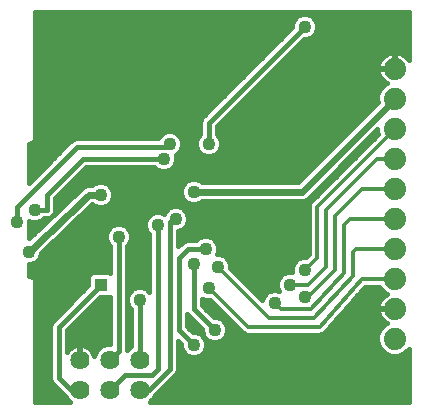
<source format=gbl>
G75*
G70*
%OFA0B0*%
%FSLAX24Y24*%
%IPPOS*%
%LPD*%
%AMOC8*
5,1,8,0,0,1.08239X$1,22.5*
%
%ADD10C,0.0740*%
%ADD11C,0.0640*%
%ADD12C,0.0160*%
%ADD13C,0.0436*%
%ADD14R,0.0436X0.0436*%
%ADD15C,0.0120*%
%ADD16C,0.0240*%
D10*
X021031Y002700D03*
X021031Y003700D03*
X021031Y004700D03*
X021031Y005700D03*
X021031Y006700D03*
X021031Y007700D03*
X021031Y008700D03*
X021031Y009700D03*
X021031Y010700D03*
X021031Y011700D03*
D11*
X012531Y002000D03*
X011531Y002000D03*
X010531Y002000D03*
X010531Y001000D03*
X011531Y001000D03*
X012531Y001000D03*
D12*
X012831Y001000D01*
X013531Y001700D01*
X013531Y006600D01*
X013731Y006700D01*
X013346Y006863D02*
X013214Y006918D01*
X013048Y006918D01*
X012894Y006854D01*
X012777Y006737D01*
X012713Y006583D01*
X012713Y006417D01*
X012777Y006263D01*
X012851Y006189D01*
X012851Y004271D01*
X012768Y004354D01*
X012614Y004418D01*
X012448Y004418D01*
X012294Y004354D01*
X012177Y004237D01*
X012113Y004083D01*
X012113Y003917D01*
X012177Y003763D01*
X012251Y003689D01*
X012251Y002447D01*
X012236Y002441D01*
X012111Y002315D01*
X012111Y005789D01*
X012185Y005863D01*
X012249Y006017D01*
X012249Y006183D01*
X012185Y006337D01*
X012068Y006454D01*
X011914Y006518D01*
X011748Y006518D01*
X011594Y006454D01*
X011477Y006337D01*
X011413Y006183D01*
X011413Y006017D01*
X011477Y005863D01*
X011551Y005789D01*
X011551Y004899D01*
X011532Y004918D01*
X010930Y004918D01*
X010813Y004801D01*
X010813Y004478D01*
X009672Y003337D01*
X009594Y003259D01*
X009551Y003156D01*
X009551Y001344D01*
X009594Y001241D01*
X009994Y000841D01*
X010062Y000773D01*
X010090Y000705D01*
X010196Y000600D01*
X009031Y000600D01*
X009031Y004683D01*
X008914Y004800D01*
X008831Y004800D01*
X008831Y005182D01*
X008914Y005182D01*
X009068Y005246D01*
X009185Y005363D01*
X009249Y005517D01*
X009249Y005556D01*
X010959Y007180D01*
X010960Y007180D01*
X010994Y007146D01*
X011148Y007082D01*
X011314Y007082D01*
X011468Y007146D01*
X011585Y007263D01*
X011649Y007417D01*
X011649Y007583D01*
X011585Y007737D01*
X011468Y007854D01*
X011314Y007918D01*
X011148Y007918D01*
X010994Y007854D01*
X010960Y007820D01*
X010835Y007820D01*
X010776Y007822D01*
X010772Y007820D01*
X010767Y007820D01*
X010712Y007797D01*
X010657Y007776D01*
X010654Y007773D01*
X010650Y007771D01*
X010608Y007729D01*
X008831Y006041D01*
X008831Y006473D01*
X008849Y006517D01*
X008849Y006623D01*
X008948Y006582D01*
X009114Y006582D01*
X009268Y006646D01*
X009342Y006720D01*
X009487Y006720D01*
X009590Y006763D01*
X009668Y006841D01*
X009711Y006944D01*
X009711Y007384D01*
X010747Y008420D01*
X013020Y008420D01*
X013094Y008346D01*
X013248Y008282D01*
X013414Y008282D01*
X013568Y008346D01*
X013685Y008463D01*
X013749Y008617D01*
X013749Y008783D01*
X013730Y008830D01*
X013768Y008846D01*
X013885Y008963D01*
X013949Y009117D01*
X013949Y009283D01*
X013885Y009437D01*
X013768Y009554D01*
X013614Y009618D01*
X013448Y009618D01*
X013294Y009554D01*
X013177Y009437D01*
X013153Y009380D01*
X010375Y009380D01*
X010272Y009337D01*
X010194Y009259D01*
X010194Y009259D01*
X008831Y007896D01*
X008831Y009200D01*
X008914Y009200D01*
X009031Y009317D01*
X009031Y013596D01*
X021501Y013596D01*
X021501Y011989D01*
X021450Y012058D01*
X021389Y012120D01*
X021319Y012170D01*
X021242Y012210D01*
X021160Y012236D01*
X021074Y012250D01*
X021051Y012250D01*
X021051Y011720D01*
X021011Y011720D01*
X021011Y012250D01*
X020988Y012250D01*
X020902Y012236D01*
X020820Y012210D01*
X020743Y012170D01*
X020673Y012120D01*
X020611Y012058D01*
X020561Y011988D01*
X020521Y011911D01*
X020495Y011829D01*
X020481Y011743D01*
X020481Y011720D01*
X021011Y011720D01*
X021011Y011680D01*
X020481Y011680D01*
X020481Y011657D01*
X020495Y011571D01*
X020521Y011489D01*
X020561Y011412D01*
X020611Y011342D01*
X020673Y011280D01*
X020743Y011230D01*
X020777Y011212D01*
X020708Y011183D01*
X020548Y011023D01*
X020461Y010813D01*
X020461Y010587D01*
X020462Y010584D01*
X017798Y007920D01*
X014602Y007920D01*
X014568Y007954D01*
X014414Y008018D01*
X014248Y008018D01*
X014094Y007954D01*
X013977Y007837D01*
X013913Y007683D01*
X013913Y007517D01*
X013977Y007363D01*
X014094Y007246D01*
X014248Y007182D01*
X014414Y007182D01*
X014568Y007246D01*
X014602Y007280D01*
X017995Y007280D01*
X018112Y007329D01*
X020461Y009677D01*
X020461Y009587D01*
X020487Y009524D01*
X018284Y007320D01*
X018211Y007247D01*
X018171Y007152D01*
X018171Y005508D01*
X018081Y005418D01*
X017948Y005418D01*
X017794Y005354D01*
X017677Y005237D01*
X017613Y005083D01*
X017613Y004918D01*
X017448Y004918D01*
X017294Y004854D01*
X017177Y004737D01*
X017113Y004583D01*
X017113Y004417D01*
X017162Y004298D01*
X017114Y004318D01*
X016948Y004318D01*
X016794Y004254D01*
X016677Y004137D01*
X016614Y003985D01*
X015549Y005050D01*
X015549Y005183D01*
X015485Y005337D01*
X015368Y005454D01*
X015214Y005518D01*
X015108Y005518D01*
X015149Y005617D01*
X015149Y005783D01*
X015085Y005937D01*
X014968Y006054D01*
X014814Y006118D01*
X014648Y006118D01*
X014494Y006054D01*
X014420Y005980D01*
X014075Y005980D01*
X013972Y005937D01*
X013811Y005776D01*
X013811Y006282D01*
X013814Y006282D01*
X013968Y006346D01*
X014085Y006463D01*
X014149Y006617D01*
X014149Y006783D01*
X014085Y006937D01*
X013968Y007054D01*
X013814Y007118D01*
X013648Y007118D01*
X013494Y007054D01*
X013377Y006937D01*
X013346Y006863D01*
X013435Y006996D02*
X010765Y006996D01*
X010931Y007154D02*
X010986Y007154D01*
X011476Y007154D02*
X018172Y007154D01*
X018171Y006996D02*
X014027Y006996D01*
X014127Y006837D02*
X018171Y006837D01*
X018171Y006679D02*
X014149Y006679D01*
X014109Y006520D02*
X018171Y006520D01*
X018171Y006362D02*
X013984Y006362D01*
X013811Y006203D02*
X018171Y006203D01*
X018171Y006045D02*
X014978Y006045D01*
X015106Y005886D02*
X018171Y005886D01*
X018171Y005728D02*
X015149Y005728D01*
X015129Y005569D02*
X018171Y005569D01*
X017930Y005411D02*
X015412Y005411D01*
X015521Y005252D02*
X017692Y005252D01*
X017617Y005094D02*
X015549Y005094D01*
X015664Y004935D02*
X017613Y004935D01*
X017216Y004777D02*
X015822Y004777D01*
X015981Y004618D02*
X017127Y004618D01*
X017113Y004460D02*
X016139Y004460D01*
X016298Y004301D02*
X016907Y004301D01*
X017155Y004301D02*
X017161Y004301D01*
X016682Y004143D02*
X016456Y004143D01*
X015513Y003350D02*
X015272Y003350D01*
X015268Y003354D02*
X015114Y003418D01*
X015009Y003418D01*
X014611Y003816D01*
X014611Y004039D01*
X014748Y003982D01*
X014881Y003982D01*
X015984Y002880D01*
X016079Y002840D01*
X018488Y002840D01*
X018497Y002837D01*
X018540Y002840D01*
X018583Y002840D01*
X018591Y002843D01*
X018600Y002844D01*
X018638Y002863D01*
X018678Y002880D01*
X018685Y002886D01*
X018693Y002890D01*
X018721Y002922D01*
X018751Y002953D01*
X018755Y002961D01*
X020049Y004440D01*
X020522Y004440D01*
X020548Y004377D01*
X020708Y004217D01*
X020777Y004188D01*
X020743Y004170D01*
X020673Y004120D01*
X020611Y004058D01*
X020561Y003988D01*
X020521Y003911D01*
X020495Y003829D01*
X020481Y003743D01*
X020481Y003720D01*
X021011Y003720D01*
X021011Y003680D01*
X020481Y003680D01*
X020481Y003657D01*
X020495Y003571D01*
X020521Y003489D01*
X020561Y003412D01*
X020611Y003342D01*
X020673Y003280D01*
X020743Y003230D01*
X020777Y003212D01*
X020708Y003183D01*
X020548Y003023D01*
X020461Y002813D01*
X020461Y002587D01*
X020548Y002377D01*
X020708Y002217D01*
X020918Y002130D01*
X021144Y002130D01*
X021354Y002217D01*
X021501Y002364D01*
X021501Y000600D01*
X012866Y000600D01*
X012972Y000705D01*
X013000Y000773D01*
X013068Y000841D01*
X013768Y001541D01*
X013811Y001644D01*
X013811Y002624D01*
X013913Y002522D01*
X013913Y002417D01*
X013977Y002263D01*
X014094Y002146D01*
X014248Y002082D01*
X014414Y002082D01*
X014568Y002146D01*
X014685Y002263D01*
X014749Y002417D01*
X014749Y002583D01*
X014685Y002737D01*
X014568Y002854D01*
X014414Y002918D01*
X014309Y002918D01*
X014111Y003116D01*
X014111Y003524D01*
X014613Y003022D01*
X014613Y002917D01*
X014677Y002763D01*
X014794Y002646D01*
X014948Y002582D01*
X015114Y002582D01*
X015268Y002646D01*
X015385Y002763D01*
X015449Y002917D01*
X015449Y003083D01*
X015385Y003237D01*
X015268Y003354D01*
X015355Y003509D02*
X014918Y003509D01*
X014760Y003667D02*
X015196Y003667D01*
X015038Y003826D02*
X014611Y003826D01*
X014611Y003984D02*
X014743Y003984D01*
X014331Y003700D02*
X015031Y003000D01*
X015338Y002716D02*
X020461Y002716D01*
X020473Y002558D02*
X014749Y002558D01*
X014742Y002399D02*
X020539Y002399D01*
X020684Y002241D02*
X014663Y002241D01*
X014414Y002082D02*
X021501Y002082D01*
X021501Y001924D02*
X013811Y001924D01*
X013811Y002082D02*
X014247Y002082D01*
X013999Y002241D02*
X013811Y002241D01*
X013811Y002399D02*
X013920Y002399D01*
X013877Y002558D02*
X013811Y002558D01*
X013831Y003000D02*
X014331Y002500D01*
X014519Y002875D02*
X014630Y002875D01*
X014602Y003033D02*
X014194Y003033D01*
X014111Y003192D02*
X014443Y003192D01*
X014285Y003350D02*
X014111Y003350D01*
X014111Y003509D02*
X014126Y003509D01*
X014331Y003700D02*
X014331Y005200D01*
X014131Y005700D02*
X013831Y005400D01*
X013831Y003000D01*
X014694Y002716D02*
X014724Y002716D01*
X015432Y002875D02*
X015996Y002875D01*
X015830Y003033D02*
X015449Y003033D01*
X015404Y003192D02*
X015672Y003192D01*
X013811Y001765D02*
X021501Y001765D01*
X021501Y001607D02*
X013795Y001607D01*
X013675Y001448D02*
X021501Y001448D01*
X021501Y001290D02*
X013516Y001290D01*
X013358Y001131D02*
X021501Y001131D01*
X021501Y000973D02*
X013199Y000973D01*
X013041Y000814D02*
X021501Y000814D01*
X021501Y000656D02*
X012922Y000656D01*
X012931Y001500D02*
X012031Y001500D01*
X011531Y001000D01*
X010531Y001000D02*
X010231Y001000D01*
X009831Y001400D01*
X009831Y003100D01*
X011231Y004500D01*
X011209Y004082D02*
X011532Y004082D01*
X011551Y004101D01*
X011551Y002520D01*
X011428Y002520D01*
X011236Y002441D01*
X011090Y002295D01*
X011018Y002120D01*
X010994Y002192D01*
X010959Y002262D01*
X010912Y002326D01*
X010857Y002381D01*
X010793Y002428D01*
X010723Y002463D01*
X010648Y002488D01*
X010570Y002500D01*
X010540Y002500D01*
X010540Y002009D01*
X010522Y002009D01*
X010522Y002500D01*
X010492Y002500D01*
X010414Y002488D01*
X010339Y002463D01*
X010269Y002428D01*
X010205Y002381D01*
X010150Y002326D01*
X010111Y002273D01*
X010111Y002984D01*
X011209Y004082D01*
X011111Y003984D02*
X011551Y003984D01*
X011551Y003826D02*
X010952Y003826D01*
X010794Y003667D02*
X011551Y003667D01*
X011551Y003509D02*
X010635Y003509D01*
X010477Y003350D02*
X011551Y003350D01*
X011551Y003192D02*
X010318Y003192D01*
X010160Y003033D02*
X011551Y003033D01*
X011551Y002875D02*
X010111Y002875D01*
X010111Y002716D02*
X011551Y002716D01*
X011551Y002558D02*
X010111Y002558D01*
X010111Y002399D02*
X010230Y002399D01*
X010522Y002399D02*
X010540Y002399D01*
X010540Y002241D02*
X010522Y002241D01*
X010522Y002082D02*
X010540Y002082D01*
X010832Y002399D02*
X011195Y002399D01*
X011068Y002241D02*
X010970Y002241D01*
X011531Y002000D02*
X011831Y002300D01*
X011831Y006100D01*
X012161Y006362D02*
X012736Y006362D01*
X012713Y006520D02*
X010264Y006520D01*
X010097Y006362D02*
X011501Y006362D01*
X011421Y006203D02*
X009930Y006203D01*
X009764Y006045D02*
X011413Y006045D01*
X011467Y005886D02*
X009597Y005886D01*
X009430Y005728D02*
X011551Y005728D01*
X011551Y005569D02*
X009263Y005569D01*
X009205Y005411D02*
X011551Y005411D01*
X011551Y005252D02*
X009074Y005252D01*
X008831Y005094D02*
X011551Y005094D01*
X011551Y004935D02*
X008831Y004935D01*
X008937Y004777D02*
X010813Y004777D01*
X010813Y004618D02*
X009031Y004618D01*
X009031Y004460D02*
X010795Y004460D01*
X010636Y004301D02*
X009031Y004301D01*
X009031Y004143D02*
X010478Y004143D01*
X010319Y003984D02*
X009031Y003984D01*
X009031Y003826D02*
X010161Y003826D01*
X010002Y003667D02*
X009031Y003667D01*
X009031Y003509D02*
X009844Y003509D01*
X009685Y003350D02*
X009031Y003350D01*
X009031Y003192D02*
X009566Y003192D01*
X009551Y003033D02*
X009031Y003033D01*
X009031Y002875D02*
X009551Y002875D01*
X009551Y002716D02*
X009031Y002716D01*
X009031Y002558D02*
X009551Y002558D01*
X009551Y002399D02*
X009031Y002399D01*
X009031Y002241D02*
X009551Y002241D01*
X009551Y002082D02*
X009031Y002082D01*
X009031Y001924D02*
X009551Y001924D01*
X009551Y001765D02*
X009031Y001765D01*
X009031Y001607D02*
X009551Y001607D01*
X009551Y001448D02*
X009031Y001448D01*
X009031Y001290D02*
X009574Y001290D01*
X009704Y001131D02*
X009031Y001131D01*
X009031Y000973D02*
X009862Y000973D01*
X009994Y000841D02*
X009994Y000841D01*
X010021Y000814D02*
X009031Y000814D01*
X009031Y000656D02*
X010140Y000656D01*
X012111Y002399D02*
X012195Y002399D01*
X012251Y002558D02*
X012111Y002558D01*
X012111Y002716D02*
X012251Y002716D01*
X012251Y002875D02*
X012111Y002875D01*
X012111Y003033D02*
X012251Y003033D01*
X012251Y003192D02*
X012111Y003192D01*
X012111Y003350D02*
X012251Y003350D01*
X012251Y003509D02*
X012111Y003509D01*
X012111Y003667D02*
X012251Y003667D01*
X012151Y003826D02*
X012111Y003826D01*
X012111Y003984D02*
X012113Y003984D01*
X012111Y004143D02*
X012137Y004143D01*
X012111Y004301D02*
X012241Y004301D01*
X012111Y004460D02*
X012851Y004460D01*
X012851Y004618D02*
X012111Y004618D01*
X012111Y004777D02*
X012851Y004777D01*
X012851Y004935D02*
X012111Y004935D01*
X012111Y005094D02*
X012851Y005094D01*
X012851Y005252D02*
X012111Y005252D01*
X012111Y005411D02*
X012851Y005411D01*
X012851Y005569D02*
X012111Y005569D01*
X012111Y005728D02*
X012851Y005728D01*
X012851Y005886D02*
X012195Y005886D01*
X012249Y006045D02*
X012851Y006045D01*
X012837Y006203D02*
X012241Y006203D01*
X012752Y006679D02*
X010431Y006679D01*
X010598Y006837D02*
X012877Y006837D01*
X013131Y006500D02*
X013131Y001700D01*
X012931Y001500D01*
X012531Y002000D02*
X012531Y004000D01*
X012821Y004301D02*
X012851Y004301D01*
X014131Y005700D02*
X014731Y005700D01*
X014484Y006045D02*
X013811Y006045D01*
X013811Y005886D02*
X013921Y005886D01*
X014027Y007313D02*
X011606Y007313D01*
X011649Y007471D02*
X013932Y007471D01*
X013913Y007630D02*
X011630Y007630D01*
X011534Y007788D02*
X013956Y007788D01*
X014086Y007947D02*
X010273Y007947D01*
X010115Y007788D02*
X010688Y007788D01*
X010503Y007630D02*
X009956Y007630D01*
X009798Y007471D02*
X010336Y007471D01*
X010169Y007313D02*
X009711Y007313D01*
X009711Y007154D02*
X010002Y007154D01*
X009835Y006996D02*
X009711Y006996D01*
X009668Y006837D02*
X009664Y006837D01*
X009502Y006679D02*
X009301Y006679D01*
X009335Y006520D02*
X008849Y006520D01*
X008831Y006362D02*
X009168Y006362D01*
X009001Y006203D02*
X008831Y006203D01*
X008831Y006045D02*
X008834Y006045D01*
X008431Y006600D02*
X008431Y007100D01*
X010431Y009100D01*
X013431Y009100D01*
X013531Y009200D01*
X013820Y008898D02*
X014542Y008898D01*
X014594Y008846D02*
X014748Y008782D01*
X014914Y008782D01*
X015068Y008846D01*
X015185Y008963D01*
X015249Y009117D01*
X015249Y009283D01*
X015185Y009437D01*
X015111Y009511D01*
X015111Y009784D01*
X018009Y012682D01*
X018114Y012682D01*
X018268Y012746D01*
X018385Y012863D01*
X018449Y013017D01*
X018449Y013183D01*
X018385Y013337D01*
X018268Y013454D01*
X018114Y013518D01*
X017948Y013518D01*
X017794Y013454D01*
X017677Y013337D01*
X017613Y013183D01*
X017613Y013078D01*
X014594Y010059D01*
X014551Y009956D01*
X014551Y009511D01*
X014477Y009437D01*
X014413Y009283D01*
X014413Y009117D01*
X014477Y008963D01*
X014594Y008846D01*
X014438Y009056D02*
X013924Y009056D01*
X013949Y009215D02*
X014413Y009215D01*
X014450Y009373D02*
X013912Y009373D01*
X013791Y009532D02*
X014551Y009532D01*
X014551Y009690D02*
X009031Y009690D01*
X009031Y009532D02*
X013271Y009532D01*
X013331Y008700D02*
X010631Y008700D01*
X009431Y007500D01*
X009431Y007000D01*
X009031Y007000D01*
X008882Y007947D02*
X008831Y007947D01*
X008831Y008105D02*
X009040Y008105D01*
X009199Y008264D02*
X008831Y008264D01*
X008831Y008422D02*
X009357Y008422D01*
X009516Y008581D02*
X008831Y008581D01*
X008831Y008739D02*
X009674Y008739D01*
X009833Y008898D02*
X008831Y008898D01*
X008831Y009056D02*
X009991Y009056D01*
X010150Y009215D02*
X008928Y009215D01*
X009031Y009373D02*
X010358Y009373D01*
X009031Y009849D02*
X014551Y009849D01*
X014572Y010007D02*
X009031Y010007D01*
X009031Y010166D02*
X014701Y010166D01*
X014859Y010324D02*
X009031Y010324D01*
X009031Y010483D02*
X015018Y010483D01*
X015176Y010641D02*
X009031Y010641D01*
X009031Y010800D02*
X015335Y010800D01*
X015493Y010958D02*
X009031Y010958D01*
X009031Y011117D02*
X015652Y011117D01*
X015810Y011275D02*
X009031Y011275D01*
X009031Y011434D02*
X015969Y011434D01*
X016127Y011592D02*
X009031Y011592D01*
X009031Y011751D02*
X016286Y011751D01*
X016444Y011909D02*
X009031Y011909D01*
X009031Y012068D02*
X016603Y012068D01*
X016761Y012226D02*
X009031Y012226D01*
X009031Y012385D02*
X016920Y012385D01*
X017078Y012543D02*
X009031Y012543D01*
X009031Y012702D02*
X017237Y012702D01*
X017395Y012860D02*
X009031Y012860D01*
X009031Y013019D02*
X017554Y013019D01*
X017613Y013177D02*
X009031Y013177D01*
X009031Y013336D02*
X017676Y013336D01*
X017890Y013494D02*
X009031Y013494D01*
X014831Y009900D02*
X014831Y009200D01*
X015120Y008898D02*
X018776Y008898D01*
X018934Y009056D02*
X015224Y009056D01*
X015249Y009215D02*
X019093Y009215D01*
X019251Y009373D02*
X015212Y009373D01*
X015111Y009532D02*
X019410Y009532D01*
X019568Y009690D02*
X015111Y009690D01*
X015175Y009849D02*
X019727Y009849D01*
X019885Y010007D02*
X015334Y010007D01*
X015492Y010166D02*
X020044Y010166D01*
X020202Y010324D02*
X015651Y010324D01*
X015809Y010483D02*
X020361Y010483D01*
X020461Y010641D02*
X015968Y010641D01*
X016126Y010800D02*
X020461Y010800D01*
X020521Y010958D02*
X016285Y010958D01*
X016443Y011117D02*
X020641Y011117D01*
X020680Y011275D02*
X016602Y011275D01*
X016760Y011434D02*
X020549Y011434D01*
X020491Y011592D02*
X016919Y011592D01*
X017077Y011751D02*
X020482Y011751D01*
X020521Y011909D02*
X017236Y011909D01*
X017394Y012068D02*
X020621Y012068D01*
X020870Y012226D02*
X017553Y012226D01*
X017711Y012385D02*
X021501Y012385D01*
X021501Y012543D02*
X017870Y012543D01*
X018162Y012702D02*
X021501Y012702D01*
X021501Y012860D02*
X018382Y012860D01*
X018449Y013019D02*
X021501Y013019D01*
X021501Y013177D02*
X018449Y013177D01*
X018386Y013336D02*
X021501Y013336D01*
X021501Y013494D02*
X018172Y013494D01*
X018031Y013100D02*
X014831Y009900D01*
X013749Y008739D02*
X018617Y008739D01*
X018459Y008581D02*
X013734Y008581D01*
X013644Y008422D02*
X018300Y008422D01*
X018142Y008264D02*
X010590Y008264D01*
X010432Y008105D02*
X017983Y008105D01*
X017825Y007947D02*
X014576Y007947D01*
X018073Y007313D02*
X018276Y007313D01*
X018255Y007471D02*
X018434Y007471D01*
X018413Y007630D02*
X018593Y007630D01*
X018572Y007788D02*
X018751Y007788D01*
X018730Y007947D02*
X018910Y007947D01*
X018889Y008105D02*
X019068Y008105D01*
X019047Y008264D02*
X019227Y008264D01*
X019206Y008422D02*
X019385Y008422D01*
X019364Y008581D02*
X019544Y008581D01*
X019523Y008739D02*
X019702Y008739D01*
X019681Y008898D02*
X019861Y008898D01*
X019840Y009056D02*
X020019Y009056D01*
X019998Y009215D02*
X020178Y009215D01*
X020157Y009373D02*
X020336Y009373D01*
X020315Y009532D02*
X020484Y009532D01*
X021011Y011751D02*
X021051Y011751D01*
X021051Y011909D02*
X021011Y011909D01*
X021011Y012068D02*
X021051Y012068D01*
X021051Y012226D02*
X021011Y012226D01*
X021192Y012226D02*
X021501Y012226D01*
X021501Y012068D02*
X021441Y012068D01*
X020624Y004301D02*
X019927Y004301D01*
X019789Y004143D02*
X020704Y004143D01*
X020558Y003984D02*
X019650Y003984D01*
X019511Y003826D02*
X020494Y003826D01*
X020481Y003667D02*
X019373Y003667D01*
X019234Y003509D02*
X020515Y003509D01*
X020605Y003350D02*
X019095Y003350D01*
X018957Y003192D02*
X020728Y003192D01*
X020558Y003033D02*
X018818Y003033D01*
X018666Y002875D02*
X020486Y002875D01*
X021378Y002241D02*
X021501Y002241D01*
X009672Y003337D02*
X009672Y003337D01*
D13*
X008431Y006600D03*
X009031Y007000D03*
X008831Y005600D03*
X011231Y007500D03*
X011831Y006100D03*
X013131Y006500D03*
X013731Y006700D03*
X014331Y007600D03*
X013331Y008700D03*
X013531Y009200D03*
X014831Y009200D03*
X014731Y005700D03*
X014331Y005200D03*
X015131Y005100D03*
X015631Y005700D03*
X014831Y004400D03*
X015031Y003000D03*
X014331Y002500D03*
X012531Y004000D03*
X009331Y003500D03*
X017031Y003900D03*
X017531Y004500D03*
X018031Y004100D03*
X018031Y005000D03*
X018731Y002300D03*
X018031Y013100D03*
D14*
X011231Y004500D03*
D15*
X014831Y004400D02*
X016131Y003100D01*
X018531Y003100D01*
X019931Y004700D01*
X021031Y004700D01*
X021031Y005700D02*
X019731Y005700D01*
X019631Y005600D01*
X019631Y004800D01*
X018331Y003400D01*
X016831Y003400D01*
X015131Y005100D01*
X017031Y003900D02*
X017231Y003700D01*
X018231Y003700D01*
X019331Y004900D01*
X019331Y006500D01*
X019531Y006700D01*
X021031Y006700D01*
X021031Y007700D02*
X019931Y007700D01*
X019031Y006800D01*
X019031Y005000D01*
X018131Y004100D01*
X018031Y004100D01*
X018131Y004500D02*
X017531Y004500D01*
X018131Y004500D02*
X018731Y005100D01*
X018731Y007000D01*
X020431Y008700D01*
X021031Y008700D01*
X021031Y009700D02*
X018431Y007100D01*
X018431Y005400D01*
X018031Y005000D01*
D16*
X017931Y007600D02*
X021031Y010700D01*
X017931Y007600D02*
X014331Y007600D01*
X011231Y007500D02*
X010831Y007500D01*
X008831Y005600D01*
M02*

</source>
